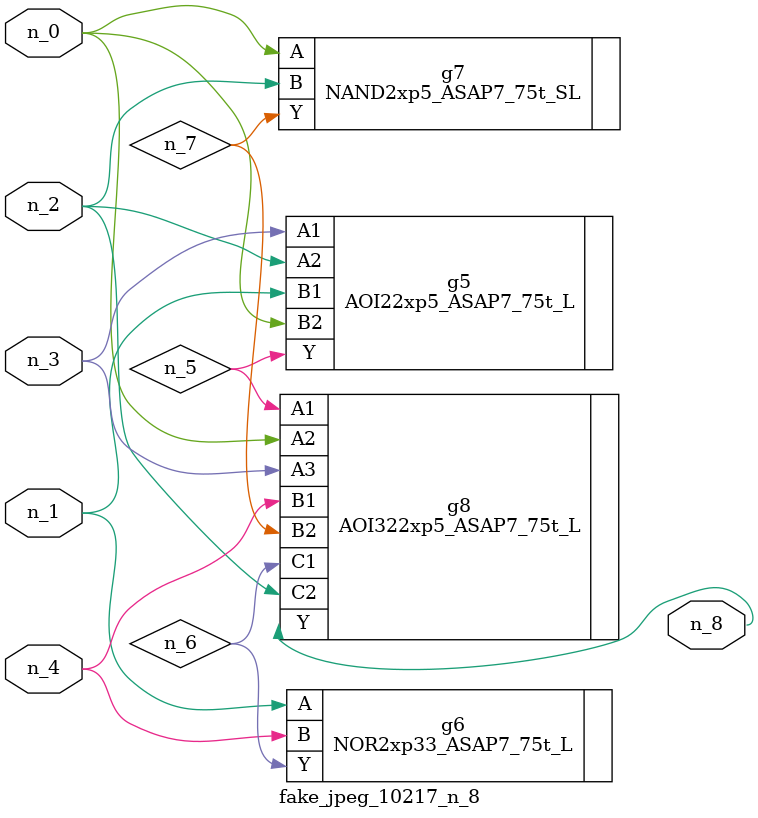
<source format=v>
module fake_jpeg_10217_n_8 (n_3, n_2, n_1, n_0, n_4, n_8);

input n_3;
input n_2;
input n_1;
input n_0;
input n_4;

output n_8;

wire n_6;
wire n_5;
wire n_7;

AOI22xp5_ASAP7_75t_L g5 ( 
.A1(n_3),
.A2(n_2),
.B1(n_1),
.B2(n_0),
.Y(n_5)
);

NOR2xp33_ASAP7_75t_L g6 ( 
.A(n_1),
.B(n_4),
.Y(n_6)
);

NAND2xp5_ASAP7_75t_SL g7 ( 
.A(n_0),
.B(n_2),
.Y(n_7)
);

AOI322xp5_ASAP7_75t_L g8 ( 
.A1(n_5),
.A2(n_0),
.A3(n_3),
.B1(n_4),
.B2(n_7),
.C1(n_6),
.C2(n_2),
.Y(n_8)
);


endmodule
</source>
